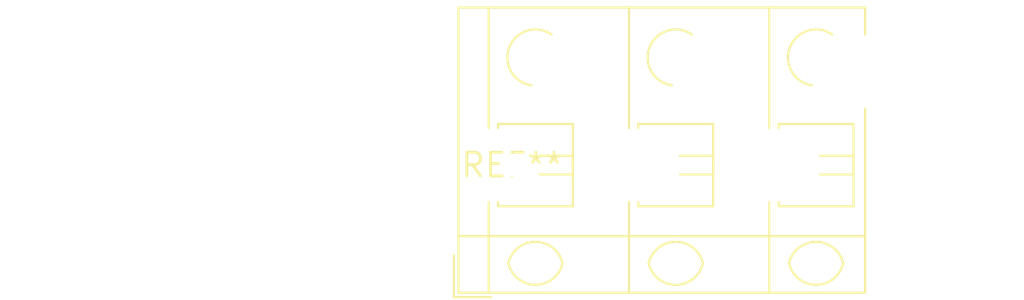
<source format=kicad_pcb>
(kicad_pcb (version 20240108) (generator pcbnew)
  (layers (0 "F.Cu" signal) (31 "B.Cu" signal) (34 "B.Paste" user) (35 "F.Paste" user) (36 "B.SilkS" user "B.Silkscreen") (37 "F.SilkS" user "F.Silkscreen") (38 "B.Mask" user) (39 "F.Mask" user) (44 "Edge.Cuts" user))
  (net 0 "")
  (footprint "TerminalBlock_WAGO_804-303_1x03_P7.50mm_45Degree" (layer "F.Cu") (at 0 0)
    (property "Reference" "REF**")
    (property "Value" "TerminalBlock_WAGO_804-303_1x03_P7.50mm_45Degree")
    (fp_line (start -3.11 4.82) (end -3.11 7.06) (layer "F.SilkS") (stroke (width 0.12)))
    (fp_line (start -3.11 7.06) (end -1.11 7.06) (layer "F.SilkS") (stroke (width 0.12)))
    (fp_line (start -2.87 -8.42) (end -2.87 6.82) (layer "F.SilkS") (stroke (width 0.12)))
    (fp_line (start -2.87 -8.42) (end 18.87 -8.42) (layer "F.SilkS") (stroke (width 0.12)))
    (fp_line (start -2.87 3.8) (end 18.87 3.8) (layer "F.SilkS") (stroke (width 0.12)))
    (fp_line (start -2.87 6.82) (end 18.87 6.82) (layer "F.SilkS") (stroke (width 0.12)))
    (fp_line (start -1.25 -8.42) (end -1.25 -1.98) (layer "F.SilkS") (stroke (width 0.12)))
    (fp_line (start -1.25 1.98) (end -1.25 6.82) (layer "F.SilkS") (stroke (width 0.12)))
    (fp_line (start -0.75 -2.2) (end -0.75 -1.98) (layer "F.SilkS") (stroke (width 0.12)))
    (fp_line (start -0.75 -2.2) (end 3.25 -2.2) (layer "F.SilkS") (stroke (width 0.12)))
    (fp_line (start -0.75 1.98) (end -0.75 2.2) (layer "F.SilkS") (stroke (width 0.12)))
    (fp_line (start -0.75 2.2) (end 3.25 2.2) (layer "F.SilkS") (stroke (width 0.12)))
    (fp_line (start 1.48 -0.5) (end 3.25 -0.5) (layer "F.SilkS") (stroke (width 0.12)))
    (fp_line (start 1.48 0.5) (end 3.25 0.5) (layer "F.SilkS") (stroke (width 0.12)))
    (fp_line (start 3.25 -2.2) (end 3.25 2.2) (layer "F.SilkS") (stroke (width 0.12)))
    (fp_line (start 3.25 -0.5) (end 3.25 0.5) (layer "F.SilkS") (stroke (width 0.12)))
    (fp_line (start 6.25 -8.42) (end 6.25 -1.98) (layer "F.SilkS") (stroke (width 0.12)))
    (fp_line (start 6.25 1.98) (end 6.25 6.82) (layer "F.SilkS") (stroke (width 0.12)))
    (fp_line (start 6.75 -2.2) (end 6.75 -1.98) (layer "F.SilkS") (stroke (width 0.12)))
    (fp_line (start 6.75 -2.2) (end 10.75 -2.2) (layer "F.SilkS") (stroke (width 0.12)))
    (fp_line (start 6.75 1.98) (end 6.75 2.2) (layer "F.SilkS") (stroke (width 0.12)))
    (fp_line (start 6.75 2.2) (end 10.75 2.2) (layer "F.SilkS") (stroke (width 0.12)))
    (fp_line (start 8.98 -0.5) (end 10.75 -0.5) (layer "F.SilkS") (stroke (width 0.12)))
    (fp_line (start 8.98 0.5) (end 10.75 0.5) (layer "F.SilkS") (stroke (width 0.12)))
    (fp_line (start 10.75 -2.2) (end 10.75 2.2) (layer "F.SilkS") (stroke (width 0.12)))
    (fp_line (start 10.75 -0.5) (end 10.75 0.5) (layer "F.SilkS") (stroke (width 0.12)))
    (fp_line (start 13.75 -8.42) (end 13.75 -1.98) (layer "F.SilkS") (stroke (width 0.12)))
    (fp_line (start 13.75 1.98) (end 13.75 6.82) (layer "F.SilkS") (stroke (width 0.12)))
    (fp_line (start 14.25 -2.2) (end 14.25 -1.98) (layer "F.SilkS") (stroke (width 0.12)))
    (fp_line (start 14.25 -2.2) (end 18.25 -2.2) (layer "F.SilkS") (stroke (width 0.12)))
    (fp_line (start 14.25 1.98) (end 14.25 2.2) (layer "F.SilkS") (stroke (width 0.12)))
    (fp_line (start 14.25 2.2) (end 18.25 2.2) (layer "F.SilkS") (stroke (width 0.12)))
    (fp_line (start 16.48 -0.5) (end 18.25 -0.5) (layer "F.SilkS") (stroke (width 0.12)))
    (fp_line (start 16.48 0.5) (end 18.25 0.5) (layer "F.SilkS") (stroke (width 0.12)))
    (fp_line (start 18.25 -2.2) (end 18.25 2.2) (layer "F.SilkS") (stroke (width 0.12)))
    (fp_line (start 18.25 -0.5) (end 18.25 0.5) (layer "F.SilkS") (stroke (width 0.12)))
    (fp_line (start 18.87 -8.42) (end 18.87 -6.98) (layer "F.SilkS") (stroke (width 0.12)))
    (fp_line (start 18.87 -3.02) (end 18.87 6.82) (layer "F.SilkS") (stroke (width 0.12)))
    (fp_arc (start -0.200865 5.250424) (mid 1.250296 4.099926) (end 2.701 5.251) (layer "F.SilkS") (stroke (width 0.12)))
    (fp_arc (start 1.040798 -4.264067) (mid -0.146039 -6.300306) (end 2.111 -6.979) (layer "F.SilkS") (stroke (width 0.12)))
    (fp_arc (start 2.7 5.25) (mid 1.250068 6.400101) (end -0.199969 5.250133) (layer "F.SilkS") (stroke (width 0.12)))
    (fp_arc (start 7.299135 5.250424) (mid 8.750296 4.099926) (end 10.201 5.251) (layer "F.SilkS") (stroke (width 0.12)))
    (fp_arc (start 8.540798 -4.264067) (mid 7.353961 -6.300306) (end 9.611 -6.979) (layer "F.SilkS") (stroke (width 0.12)))
    (fp_arc (start 10.2 5.25) (mid 8.750068 6.400101) (end 7.300031 5.250133) (layer "F.SilkS") (stroke (width 0.12)))
    (fp_arc (start 14.799135 5.250424) (mid 16.250296 4.099926) (end 17.701 5.251) (layer "F.SilkS") (stroke (width 0.12)))
    (fp_arc (start 16.040798 -4.264067) (mid 14.853961 -6.300306) (end 17.111 -6.979) (layer "F.SilkS") (stroke (width 0.12)))
    (fp_arc (start 17.7 5.25) (mid 16.250068 6.400101) (end 14.800031 5.250133) (layer "F.SilkS") (stroke (width 0.12)))
    (pad "1" thru_hole rect (at 0 0) (size 2 3) (drill 1.2) (layers *.Cu *.Mask) (remove_unused_layers))
    (pad "1" thru_hole rect (at 2.5 -5) (size 2 3) (drill 1.2) (layers *.Cu *.Mask) (remove_unused_layers))
    (pad "2" thru_hole oval (at 7.5 0) (size 2 3) (drill 1.2) (layers *.Cu *.Mask) (remove_unused_layers))
    (pad "2" thru_hole oval (at 10 -5) (size 2 3) (drill 1.2) (layers *.Cu *.Mask) (remove_unused_layers))
    (pad "3" thru_hole oval (at 15 0) (size 2 3) (drill 1.2) (layers *.Cu *.Mask) (remove_unused_layers))
    (pad "3" thru_hole oval (at 17.5 -5) (size 2 3) (drill 1.2) (layers *.Cu *.Mask) (remove_unused_layers))
  )
)
</source>
